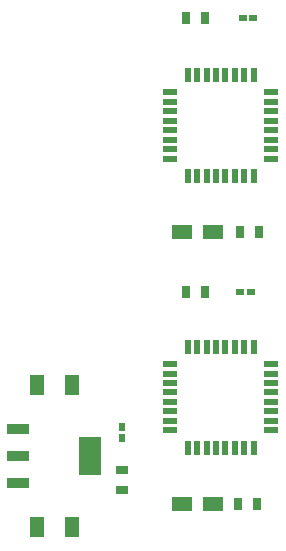
<source format=gbr>
G04 EAGLE Gerber RS-274X export*
G75*
%MOMM*%
%FSLAX34Y34*%
%LPD*%
%INSolderpaste Top*%
%IPPOS*%
%AMOC8*
5,1,8,0,0,1.08239X$1,22.5*%
G01*
G04 Define Apertures*
%ADD10R,1.164600X1.815300*%
%ADD11R,0.500000X0.700000*%
%ADD12R,0.700000X0.500000*%
%ADD13R,1.860300X0.897900*%
%ADD14R,1.860300X3.189100*%
%ADD15R,1.270000X0.558800*%
%ADD16R,0.558800X1.270000*%
%ADD17R,0.973900X0.798700*%
%ADD18R,0.798700X0.973900*%
%ADD19R,1.795500X1.188700*%
D10*
X37246Y290000D03*
X66754Y290000D03*
X37246Y170000D03*
X66754Y170000D03*
D11*
X109123Y254500D03*
X109123Y245500D03*
D12*
X220748Y600877D03*
X211748Y600877D03*
X218648Y369050D03*
X209648Y369050D03*
D13*
X21250Y253000D03*
X21250Y230000D03*
X21250Y207000D03*
D14*
X82750Y230000D03*
D15*
X150164Y538000D03*
X150164Y530000D03*
X150164Y522000D03*
X150164Y514000D03*
X150164Y506000D03*
X150164Y498000D03*
X150164Y490000D03*
X150164Y482000D03*
D16*
X165090Y467074D03*
X173090Y467074D03*
X181090Y467074D03*
X189090Y467074D03*
X197090Y467074D03*
X205090Y467074D03*
X213090Y467074D03*
X221090Y467074D03*
D15*
X236016Y482000D03*
X236016Y490000D03*
X236016Y498000D03*
X236016Y506000D03*
X236016Y514000D03*
X236016Y522000D03*
X236016Y530000D03*
X236016Y538000D03*
D16*
X221090Y552926D03*
X213090Y552926D03*
X205090Y552926D03*
X197090Y552926D03*
X189090Y552926D03*
X181090Y552926D03*
X173090Y552926D03*
X165090Y552926D03*
D15*
X150164Y308000D03*
X150164Y300000D03*
X150164Y292000D03*
X150164Y284000D03*
X150164Y276000D03*
X150164Y268000D03*
X150164Y260000D03*
X150164Y252000D03*
D16*
X165090Y237074D03*
X173090Y237074D03*
X181090Y237074D03*
X189090Y237074D03*
X197090Y237074D03*
X205090Y237074D03*
X213090Y237074D03*
X221090Y237074D03*
D15*
X236016Y252000D03*
X236016Y260000D03*
X236016Y268000D03*
X236016Y276000D03*
X236016Y284000D03*
X236016Y292000D03*
X236016Y300000D03*
X236016Y308000D03*
D16*
X221090Y322926D03*
X213090Y322926D03*
X205090Y322926D03*
X197090Y322926D03*
X189090Y322926D03*
X181090Y322926D03*
X173090Y322926D03*
X165090Y322926D03*
D17*
X109123Y201848D03*
X109123Y218152D03*
D18*
X209446Y419800D03*
X225750Y419800D03*
X179586Y600877D03*
X163282Y600877D03*
X207346Y189800D03*
X223650Y189800D03*
X179586Y369050D03*
X163282Y369050D03*
D19*
X160205Y420000D03*
X186403Y420000D03*
X160205Y190000D03*
X186403Y190000D03*
M02*

</source>
